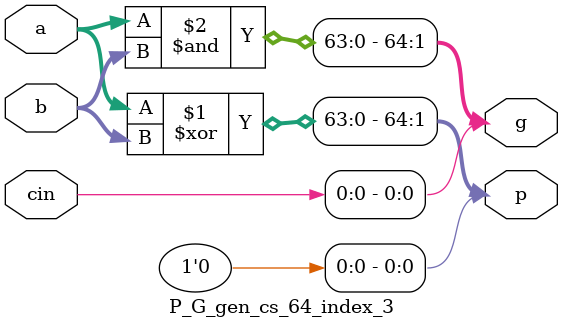
<source format=v>

/* verilator lint_off EOFNEWLINE */
/* verilator lint_off UNUSEDSIGNAL */
module CS_64_index_3 (a,b,cin,sum,cout);

input [64:1] a,b;
input cin;
output [64:1] sum;
output cout;

wire [64:0]p;
wire [64:0]g;

P_G_gen_cs_64_index_3 pg_gen_cs_4 (a,b,cin,p,g);

//level 1

wire [43:0] gnpg_level1;
wire [43:0] pp_level1;

genvar i;

generate
     for (i = 0;i<21 ;i=i+1 ) begin
      assign  gnpg_level1[2*i]=g[3*i+1]|p[3*i+1]&g[3*i]; // 10 43 76   
      assign  pp_level1[2*i]=p[3*i+1]&p[3*i];
      assign  gnpg_level1[2*i+1]=g[3*i+2];// 2 5 8 11
      assign  pp_level1[2*i+1]=p[3*i+2];
   end
endgenerate

assign gnpg_level1[42]=g[63];
assign pp_level1[42]=p[63];
assign gnpg_level1[43]=g[64];
assign pp_level1[43]=p[64];




//level 2

wire [22:0] gnpg_level2;
wire [22:0] pp_level2;

generate
     for (i = 0;i<21 ;i=i+1 ) begin
      assign gnpg_level2[i]= gnpg_level1[2*i+1]|pp_level1[2*i+1]&gnpg_level1[2*i]; // 3
      assign pp_level2[i]= pp_level1[2*i+1]&pp_level1[2*i];
   end
endgenerate

assign gnpg_level2[21]=gnpg_level1[42];
assign pp_level2[21]=pp_level1[42];
assign gnpg_level2[22]=gnpg_level1[43];
assign pp_level2[22]=pp_level1[43];

// level 3

wire [21:0] gnpg_level3;
wire [21:0] pp_level3;

assign gnpg_level3[0]=gnpg_level2[0];
assign pp_level3[0]=pp_level2[0];
assign gnpg_level3[21]=gnpg_level2[22]|pp_level2[22]&gnpg_level2[21];
assign pp_level3[21]=pp_level2[22]&pp_level2[21];

generate
       for (i = 1;i<21 ;i=i+1 ) begin
         assign gnpg_level3[i]= gnpg_level2[i]|pp_level2[i]&gnpg_level2[i-1]; // 3 6 
         assign pp_level3[i]= pp_level2[i]&pp_level2[i-1];
    end
endgenerate

// level 4
wire [20:0] gnpg_level4;
wire [20:0] pp_level4;
assign gnpg_level4[0]=gnpg_level3[0];
assign pp_level4[0]=pp_level3[0];
assign gnpg_level4[1]=gnpg_level3[1];
assign pp_level4[1]=pp_level3[1];
generate
       for (i = 2;i<21 ;i=i+1 ) begin
         assign gnpg_level4[i]= gnpg_level3[i]|pp_level3[i]&gnpg_level3[i-2]; // 3 6 9 12
         assign pp_level4[i]= pp_level3[i]&pp_level3[i-2];
    end
endgenerate

// level 5

wire [20:0] gnpg_level5;
wire [20:0] pp_level5;
assign gnpg_level5[0]=gnpg_level4[0];
assign pp_level5[0]=pp_level4[0];
assign gnpg_level5[1]=gnpg_level4[1];
assign pp_level5[1]=pp_level4[1];
assign gnpg_level5[2]=gnpg_level4[2];
assign pp_level5[2]=pp_level4[2];
assign gnpg_level5[3]=gnpg_level4[3];
assign pp_level5[3]=pp_level4[3];

generate
       for (i = 4;i<21 ;i=i+1 ) begin
         assign gnpg_level5[i]= gnpg_level4[i]|pp_level4[i]&gnpg_level4[i-4]; // 3 6 9 12 15 18 21 24
         assign pp_level5[i]= pp_level4[i]&pp_level4[i-4];
    end
endgenerate

// level 6

wire [20:0] gnpg_level6;
wire [20:0] pp_level6;

generate
   for (i=0;i<8;i=i+1) begin
      assign gnpg_level6[i]=gnpg_level5[i];
      assign pp_level6[i]=pp_level5[i];
   end
endgenerate

generate
   for (i=8;i<21;i=i+1) begin
      assign gnpg_level6[i]=gnpg_level5[i]|pp_level5[i]&gnpg_level5[i-8]; // 3 6 9 12 15 18 21 24 27 30 33 36 39 42 45 48
      assign pp_level6[i]=pp_level5[i]&pp_level5[i-8];
   end
endgenerate

// level 7
wire [4:0] gnpg_level7;
wire [4:0] pp_level7;

generate 
   for (i=0;i<5;i=i+1) begin
      assign gnpg_level7[i]=gnpg_level6[i+16]|pp_level6[i+16]&gnpg_level6[i]; // 51 54 57 60 63 
   end
endgenerate

// cout 
assign cout = gnpg_level3[21]| pp_level3[21]& gnpg_level7[4];
wire c_64;
assign c_64= g[63]| p[63]&gnpg_level7[4];
assign sum[64]= p[64]^c_64;

assign sum[1]= cin^p[1];
assign sum[2]= p[2]^gnpg_level1[0];
assign sum[3]= p[3]^gnpg_level6[0];
wire c3;
assign c3= g[3]|p[3]&gnpg_level2[0];
assign sum[4]= p[4]^c3;
wire c4;
assign c4= gnpg_level1[2]|pp_level1[2]&gnpg_level2[0];
assign sum[5]= p[5]^c4;
assign sum[6]= p[6]^gnpg_level6[1];
wire c6;
assign c6= g[6]|p[6]&gnpg_level3[1];
assign sum[7]= p[7]^c6;
wire c7;
assign c7= gnpg_level1[4]|pp_level1[4]&gnpg_level3[1];
assign sum[8]= p[8]^c7;
assign sum[9]= p[9]^gnpg_level6[2];
wire c9,c10;
assign c9= g[9]|p[9]&gnpg_level4[2];
assign c10= gnpg_level1[6]|pp_level1[6]&gnpg_level4[2];
assign sum[10]= p[10]^c9;
assign sum[11]= p[11]^c10;
assign sum[12]= p[12]^gnpg_level6[3];
wire c12,c13;
assign c12= g[12]|p[12]&gnpg_level4[3];
assign c13= gnpg_level1[8]|pp_level1[8]&gnpg_level4[3];
assign sum[13]= p[13]^c12;
assign sum[14]= p[14]^c13;
assign sum[15]= p[15]^gnpg_level6[4];
wire c15,c16;
assign c15= g[15]|p[15]&gnpg_level5[4];
assign c16= gnpg_level1[10]|pp_level1[10]&gnpg_level5[4];
assign sum[16]= p[16]^c15;
assign sum[17]= p[17]^c16;
assign sum[18]= p[18]^gnpg_level6[5];
wire c18,c19;
assign c18= g[18]|p[18]&gnpg_level5[5];
assign c19= gnpg_level1[12]|pp_level1[12]&gnpg_level5[5];
assign sum[19]= p[19]^c18;
assign sum[20]= p[20]^c19;
assign sum[21]= p[21]^gnpg_level6[6];
wire c21,c22;
assign c21= g[21]|p[21]&gnpg_level5[6];
assign c22= gnpg_level1[14]|pp_level1[14]&gnpg_level5[6];
assign sum[22]= p[22]^c21;
assign sum[23]= p[23]^c22;
assign sum[24]= p[24]^gnpg_level6[7];
wire c24,c25;
assign c24= g[24]|p[24]&gnpg_level5[7];
assign c25= gnpg_level1[16]|pp_level1[16]&gnpg_level5[7];
assign sum[25]= p[25]^c24;
assign sum[26]= p[26]^c25;
assign sum[27]= p[27]^gnpg_level6[8];
wire c27,c28;
assign c27= g[27]|p[27]&gnpg_level6[8];
assign c28= gnpg_level1[18]|pp_level1[18]&gnpg_level6[8];
assign sum[28]= p[28]^c27;
assign sum[29]= p[29]^c28;
assign sum[30]= p[30]^gnpg_level6[9];
wire c30,c31;
assign c30= g[30]|p[30]&gnpg_level6[9];
assign c31= gnpg_level1[20]|pp_level1[20]&gnpg_level6[9];
assign sum[31]= p[31]^c30;
assign sum[32]= p[32]^c31;
assign sum[33]= p[33]^gnpg_level6[10];
wire c33,c34;
assign c33= g[33]|p[33]&gnpg_level6[10];
assign c34= gnpg_level1[22]|pp_level1[22]&gnpg_level6[10];
assign sum[34]= p[34]^c33;
assign sum[35]= p[35]^c34;
assign sum[36]= p[36]^gnpg_level6[11];
wire c36,c37;
assign c36= g[36]|p[36]&gnpg_level6[11];
assign c37= gnpg_level1[24]|pp_level1[24]&gnpg_level6[11];
assign sum[37]= p[37]^c36;
assign sum[38]= p[38]^c37;
assign sum[39]= p[39]^gnpg_level6[12];
wire c39,c40;
assign c39= g[39]|p[39]&gnpg_level6[12];
assign c40= gnpg_level1[26]|pp_level1[26]&gnpg_level6[12];
assign sum[40]= p[40]^c39;
assign sum[41]= p[41]^c40;
assign sum[42]= p[42]^gnpg_level6[13];
wire c42,c43;
assign c42= g[42]|p[42]&gnpg_level6[13];
assign c43= gnpg_level1[28]|pp_level1[28]&gnpg_level6[13];
assign sum[43]= p[43]^c42;
assign sum[44]= p[44]^c43;
assign sum[45]= p[45]^gnpg_level6[14];
wire c45,c46;
assign c45= g[45]|p[45]&gnpg_level6[14];
assign c46= gnpg_level1[30]|pp_level1[30]&gnpg_level6[14];
assign sum[46]= p[46]^c45;
assign sum[47]= p[47]^c46;
assign sum[48]= p[48]^gnpg_level6[15];
wire c48,c49;
assign c48= g[48]|p[48]&gnpg_level6[15];
assign c49= gnpg_level1[32]|pp_level1[32]&gnpg_level6[15];
assign sum[49]= p[49]^c48;
assign sum[50]= p[50]^c49;
assign sum[51]= p[51]^gnpg_level7[0];
wire c51,c52;
assign c51= g[51]|p[51]&gnpg_level7[0];
assign c52= gnpg_level1[34]|pp_level1[34]&gnpg_level7[0];
assign sum[52]= p[52]^c51;
assign sum[53]= p[53]^c52;
assign sum[54]= p[54]^gnpg_level7[1];
wire c54,c55;
assign c54= g[54]|p[54]&gnpg_level7[1];
assign c55= gnpg_level1[36]|pp_level1[36]&gnpg_level7[1];
assign sum[55]= p[55]^c54;
assign sum[56]= p[56]^c55;
assign sum[57]= p[57]^gnpg_level7[2];
wire c57,c58;
assign c57= g[57]|p[57]&gnpg_level7[2];
assign c58= gnpg_level1[38]|pp_level1[38]&gnpg_level7[2];
assign sum[58]= p[58]^c57;
assign sum[59]= p[59]^c58;
assign sum[60]= p[60]^gnpg_level7[3];
wire c60,c61;
assign c60= g[60]|p[60]&gnpg_level7[3];
assign c61= gnpg_level1[40]|pp_level1[40]&gnpg_level7[3];
assign sum[61]= p[61]^c60;
assign sum[62]= p[62]^c61;
assign sum[63]= p[63]^gnpg_level7[4];

endmodule

module P_G_gen_cs_64_index_3 (a,b,cin,p,g);
input [63:0]a;
input [63:0]b;
input cin;
output [64:0]p;
output [64:0]g;
assign g[0]=cin;
assign p[0]=0;
assign p[64:1]=a^b;
assign g[64:1]=a&b;
endmodule


</source>
